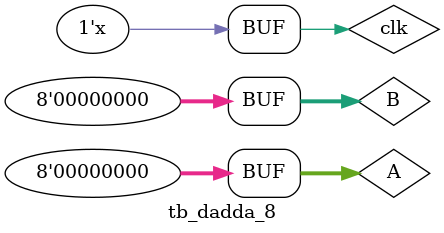
<source format=v>
`timescale 1ns / 1ps

module tb_dadda_8;

  reg [7:0] A;
  reg [7:0] B;
  wire [15:0] y;

  // Instantiate the dadda multiplier
  dadda_8 uut(
    .A(A),
    .B(B),
    .y(y)
  );

  // Clock generation
  reg clk;
  always #5 clk = ~clk;
 // Testbench stimulus
  initial begin
    $monitor("Time=%0t A=%b B=%b y=%b", $time, A, B, y);

    // Initialize to 00000000
    A = 8'b00000000;
    B = 8'b00000000;
    clk = 0;

    // Apply inputs and clock in a loop
    repeat (256) begin
      #5 A = A + 1; // Increment A
      #5 B = B + 1; // Increment B
    end
  end

endmodule

</source>
